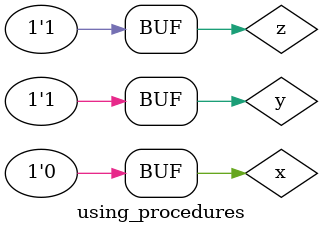
<source format=v>
module using_procedures();
    reg x = 1'b0; // 1 bit variable with the binary value of 0
    reg y = 1'b1; // 1 vaiebla witha binary value of 1
    reg z;

    // always @ blocks run whenever the parameter inside parenthesis changes
    always @(z) begin
        $display("x=%b, y=%b, z=%b", x, y, z);
    end

    // another procedure 
    initial begin
        #2; // wait 2 time units
        z = x ^ y; // bitwise XOR
        #10; // wait 10 time units 
        y = 0;
        z = x | y;
        #10;
        z = ~z; // bitwise NOT
        #10;
    end

endmodule
</source>
